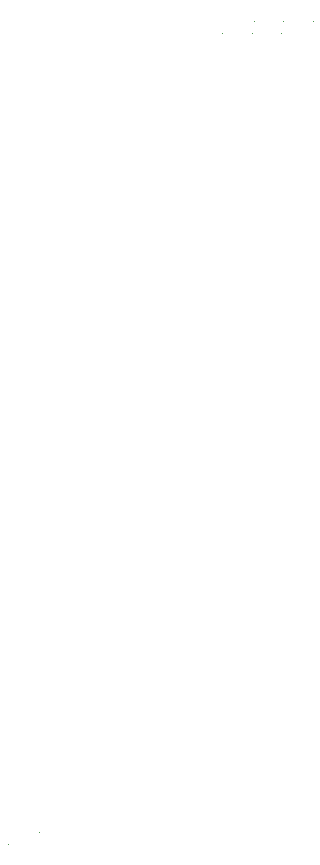
<source format=gm1>
%FSLAX44Y44*%
%MOMM*%
G71*
G01*
G75*
G04 Layer_Color=16711935*
%ADD10R,0.8000X1.5000*%
%ADD11R,1.5000X1.0000*%
%ADD12R,1.0160X0.8890*%
%ADD13R,0.3000X1.3500*%
%ADD14R,0.2500X1.3500*%
%ADD15R,3.0000X2.1000*%
%ADD16R,2.1000X0.8000*%
%ADD17R,2.1844X2.4130*%
%ADD18R,0.3000X1.1000*%
%ADD19R,0.8128X1.0668*%
%ADD20R,0.8000X1.6000*%
%ADD21R,2.1000X3.0000*%
%ADD22R,0.8000X2.1000*%
%ADD23R,1.2954X1.1938*%
%ADD24R,0.8890X1.0160*%
%ADD25R,0.7000X0.6000*%
%ADD26R,1.3970X1.3970*%
%ADD27C,0.6000*%
%ADD28C,0.2540*%
%ADD29C,0.5000*%
%ADD30C,1.0000*%
%ADD31C,0.0254*%
%ADD32C,0.0254*%
G04:AMPARAMS|DCode=33|XSize=4mm|YSize=4mm|CornerRadius=2mm|HoleSize=0mm|Usage=FLASHONLY|Rotation=0.000|XOffset=0mm|YOffset=0mm|HoleType=Round|Shape=RoundedRectangle|*
%AMROUNDEDRECTD33*
21,1,4.0000,0.0000,0,0,0.0*
21,1,0.0000,4.0000,0,0,0.0*
1,1,4.0000,0.0000,0.0000*
1,1,4.0000,0.0000,0.0000*
1,1,4.0000,0.0000,0.0000*
1,1,4.0000,0.0000,0.0000*
%
%ADD33ROUNDEDRECTD33*%
%ADD34C,0.4500*%
%ADD35R,0.8128X0.8128*%
%ADD36R,1.2700X0.5080*%
%ADD37R,0.5000X0.8000*%
%ADD38R,1.3970X1.3970*%
%ADD39R,0.8000X1.5000*%
%ADD40R,1.4500X2.0000*%
%ADD41R,0.6096X2.0320*%
%ADD42O,0.6096X2.0320*%
%ADD43R,1.2000X1.8000*%
%ADD44R,1.0000X1.6000*%
%ADD45R,2.0000X2.0000*%
%ADD46R,2.5000X2.2000*%
%ADD47R,1.2954X1.6002*%
%ADD48R,1.6000X1.2000*%
%ADD49R,1.0668X0.8128*%
%ADD50R,3.5000X1.0000*%
%ADD51R,1.2000X1.6000*%
%ADD52R,2.1500X6.3000*%
%ADD53C,0.8000*%
%ADD54C,0.1200*%
%ADD55C,0.1000*%
%ADD56C,0.1501*%
%ADD57C,0.1500*%
%ADD58C,0.1250*%
%ADD59C,0.2032*%
%ADD60R,1.0032X1.7032*%
%ADD61R,1.7032X1.2032*%
%ADD62R,1.2192X1.0922*%
%ADD63R,0.5032X1.5532*%
%ADD64R,0.4532X1.5532*%
%ADD65R,3.2032X2.3032*%
%ADD66R,2.3032X1.0032*%
%ADD67R,2.3876X2.6162*%
%ADD68R,0.5032X1.3032*%
%ADD69R,1.0160X1.2700*%
%ADD70R,1.0032X1.8032*%
%ADD71R,2.3032X3.2032*%
%ADD72R,1.0032X2.3032*%
%ADD73R,1.4986X1.3970*%
%ADD74R,1.0922X1.2192*%
%ADD75R,0.9032X0.8032*%
%ADD76R,1.6002X1.6002*%
%ADD77C,0.2286*%
G04:AMPARAMS|DCode=78|XSize=4.2032mm|YSize=4.2032mm|CornerRadius=2.1016mm|HoleSize=0mm|Usage=FLASHONLY|Rotation=0.000|XOffset=0mm|YOffset=0mm|HoleType=Round|Shape=RoundedRectangle|*
%AMROUNDEDRECTD78*
21,1,4.2032,0.0000,0,0,0.0*
21,1,0.0000,4.2032,0,0,0.0*
1,1,4.2032,0.0000,0.0000*
1,1,4.2032,0.0000,0.0000*
1,1,4.2032,0.0000,0.0000*
1,1,4.2032,0.0000,0.0000*
%
%ADD78ROUNDEDRECTD78*%
%ADD79C,0.6532*%
%ADD80R,1.0160X1.0160*%
%ADD81R,1.4732X0.7112*%
%ADD82R,0.7032X1.0032*%
%ADD83R,1.6002X1.6002*%
%ADD84R,1.0032X1.7032*%
%ADD85R,1.6532X2.2032*%
%ADD86R,0.8128X2.2352*%
%ADD87O,0.8128X2.2352*%
%ADD88R,1.4032X2.0032*%
%ADD89R,1.2032X1.8032*%
%ADD90R,2.2032X2.2032*%
%ADD91R,2.7032X2.4032*%
%ADD92R,1.4986X1.8034*%
%ADD93R,1.8032X1.4032*%
%ADD94R,1.2700X1.0160*%
%ADD95R,3.7032X1.2032*%
%ADD96R,1.4032X1.8032*%
%ADD97R,2.3532X6.5032*%
%ADD98C,0.1999*%
%ADD99C,0.1539*%
%ADD100C,0.1270*%
%ADD101C,0.1524*%
%ADD102C,0.2000*%
D31*
X-71250Y78600D02*
X-71243D01*
X-97750Y68000D02*
X-97743D01*
X160473Y765320D02*
X160480D01*
X133973Y754720D02*
X133980D01*
X135473Y765320D02*
X135480D01*
X110473D02*
X110480D01*
X83973Y754720D02*
X83980D01*
X108973D02*
X108980D01*
X135473Y765320D02*
X135480D01*
X-71250Y78600D02*
X-71243D01*
X-97750Y68000D02*
X-97743D01*
X160473Y765320D02*
X160480D01*
X133973Y754720D02*
X133980D01*
X135473Y765320D02*
X135480D01*
X110473D02*
X110480D01*
X83973Y754720D02*
X83980D01*
X108973D02*
X108980D01*
X135473Y765320D02*
X135480D01*
M02*

</source>
